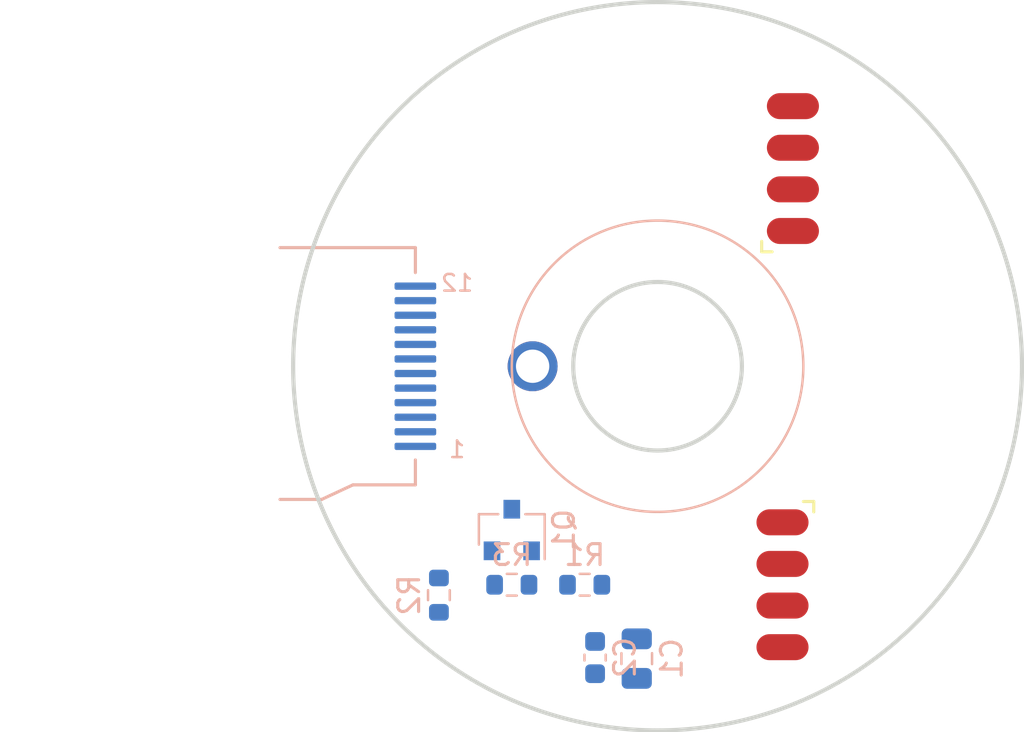
<source format=kicad_pcb>
(kicad_pcb (version 20171130) (host pcbnew 5.1.10-88a1d61d58~90~ubuntu20.04.1)

  (general
    (thickness 1.6)
    (drawings 5)
    (tracks 0)
    (zones 0)
    (modules 10)
    (nets 12)
  )

  (page A4)
  (layers
    (0 F.Cu signal)
    (31 B.Cu signal)
    (32 B.Adhes user)
    (33 F.Adhes user)
    (34 B.Paste user)
    (35 F.Paste user)
    (36 B.SilkS user)
    (37 F.SilkS user)
    (38 B.Mask user)
    (39 F.Mask user)
    (40 Dwgs.User user)
    (41 Cmts.User user)
    (42 Eco1.User user)
    (43 Eco2.User user)
    (44 Edge.Cuts user)
    (45 Margin user)
    (46 B.CrtYd user)
    (47 F.CrtYd user)
    (48 B.Fab user)
    (49 F.Fab user)
  )

  (setup
    (last_trace_width 0.25)
    (trace_clearance 0.2)
    (zone_clearance 0.508)
    (zone_45_only no)
    (trace_min 0.2)
    (via_size 0.8)
    (via_drill 0.4)
    (via_min_size 0.4)
    (via_min_drill 0.3)
    (uvia_size 0.3)
    (uvia_drill 0.1)
    (uvias_allowed no)
    (uvia_min_size 0.2)
    (uvia_min_drill 0.1)
    (edge_width 0.05)
    (segment_width 0.2)
    (pcb_text_width 0.3)
    (pcb_text_size 1.5 1.5)
    (mod_edge_width 0.12)
    (mod_text_size 1 1)
    (mod_text_width 0.15)
    (pad_size 1.524 1.524)
    (pad_drill 0.762)
    (pad_to_mask_clearance 0)
    (aux_axis_origin 0 0)
    (visible_elements FFFFFF7F)
    (pcbplotparams
      (layerselection 0x010fc_ffffffff)
      (usegerberextensions false)
      (usegerberattributes true)
      (usegerberadvancedattributes true)
      (creategerberjobfile true)
      (excludeedgelayer true)
      (linewidth 0.100000)
      (plotframeref false)
      (viasonmask false)
      (mode 1)
      (useauxorigin false)
      (hpglpennumber 1)
      (hpglpenspeed 20)
      (hpglpendiameter 15.000000)
      (psnegative false)
      (psa4output false)
      (plotreference true)
      (plotvalue true)
      (plotinvisibletext false)
      (padsonsilk false)
      (subtractmaskfromsilk false)
      (outputformat 1)
      (mirror false)
      (drillshape 1)
      (scaleselection 1)
      (outputdirectory ""))
  )

  (net 0 "")
  (net 1 GND)
  (net 2 /VDD)
  (net 3 /DC)
  (net 4 /BACKLIGHT_EN)
  (net 5 /nRESET)
  (net 6 /MOSI)
  (net 7 /SCK)
  (net 8 /nCS)
  (net 9 /LEDA)
  (net 10 /LEDK)
  (net 11 "Net-(Q1-Pad1)")

  (net_class Default "This is the default net class."
    (clearance 0.2)
    (trace_width 0.25)
    (via_dia 0.8)
    (via_drill 0.4)
    (uvia_dia 0.3)
    (uvia_drill 0.1)
    (add_net /BACKLIGHT_EN)
    (add_net /DC)
    (add_net /LEDA)
    (add_net /LEDK)
    (add_net /MOSI)
    (add_net /SCK)
    (add_net /VDD)
    (add_net /nCS)
    (add_net /nRESET)
    (add_net GND)
    (add_net "Net-(H1-Pad1)")
    (add_net "Net-(Q1-Pad1)")
  )

  (module Resistor_SMD:R_0603_1608Metric (layer B.Cu) (tedit 5F68FEEE) (tstamp 6207D0AD)
    (at -7 10.5 180)
    (descr "Resistor SMD 0603 (1608 Metric), square (rectangular) end terminal, IPC_7351 nominal, (Body size source: IPC-SM-782 page 72, https://www.pcb-3d.com/wordpress/wp-content/uploads/ipc-sm-782a_amendment_1_and_2.pdf), generated with kicad-footprint-generator")
    (tags resistor)
    (path /620807F6)
    (attr smd)
    (fp_text reference R3 (at 0 1.43) (layer B.SilkS)
      (effects (font (size 1 1) (thickness 0.15)) (justify mirror))
    )
    (fp_text value 1M (at 0 -1.43) (layer B.Fab)
      (effects (font (size 1 1) (thickness 0.15)) (justify mirror))
    )
    (fp_text user %R (at 0 0) (layer B.Fab)
      (effects (font (size 0.4 0.4) (thickness 0.06)) (justify mirror))
    )
    (fp_line (start -0.8 -0.4125) (end -0.8 0.4125) (layer B.Fab) (width 0.1))
    (fp_line (start -0.8 0.4125) (end 0.8 0.4125) (layer B.Fab) (width 0.1))
    (fp_line (start 0.8 0.4125) (end 0.8 -0.4125) (layer B.Fab) (width 0.1))
    (fp_line (start 0.8 -0.4125) (end -0.8 -0.4125) (layer B.Fab) (width 0.1))
    (fp_line (start -0.237258 0.5225) (end 0.237258 0.5225) (layer B.SilkS) (width 0.12))
    (fp_line (start -0.237258 -0.5225) (end 0.237258 -0.5225) (layer B.SilkS) (width 0.12))
    (fp_line (start -1.48 -0.73) (end -1.48 0.73) (layer B.CrtYd) (width 0.05))
    (fp_line (start -1.48 0.73) (end 1.48 0.73) (layer B.CrtYd) (width 0.05))
    (fp_line (start 1.48 0.73) (end 1.48 -0.73) (layer B.CrtYd) (width 0.05))
    (fp_line (start 1.48 -0.73) (end -1.48 -0.73) (layer B.CrtYd) (width 0.05))
    (pad 2 smd roundrect (at 0.825 0 180) (size 0.8 0.95) (layers B.Cu B.Paste B.Mask) (roundrect_rratio 0.25)
      (net 1 GND))
    (pad 1 smd roundrect (at -0.825 0 180) (size 0.8 0.95) (layers B.Cu B.Paste B.Mask) (roundrect_rratio 0.25)
      (net 11 "Net-(Q1-Pad1)"))
    (model ${KISYS3DMOD}/Resistor_SMD.3dshapes/R_0603_1608Metric.wrl
      (at (xyz 0 0 0))
      (scale (xyz 1 1 1))
      (rotate (xyz 0 0 0))
    )
  )

  (module Resistor_SMD:R_0603_1608Metric (layer B.Cu) (tedit 5F68FEEE) (tstamp 6207D09C)
    (at -10.5 11 270)
    (descr "Resistor SMD 0603 (1608 Metric), square (rectangular) end terminal, IPC_7351 nominal, (Body size source: IPC-SM-782 page 72, https://www.pcb-3d.com/wordpress/wp-content/uploads/ipc-sm-782a_amendment_1_and_2.pdf), generated with kicad-footprint-generator")
    (tags resistor)
    (path /6209F498)
    (attr smd)
    (fp_text reference R2 (at 0 1.43 270) (layer B.SilkS)
      (effects (font (size 1 1) (thickness 0.15)) (justify mirror))
    )
    (fp_text value 22R (at 0 -1.43 270) (layer B.Fab)
      (effects (font (size 1 1) (thickness 0.15)) (justify mirror))
    )
    (fp_text user %R (at 0 0 270) (layer B.Fab)
      (effects (font (size 0.4 0.4) (thickness 0.06)) (justify mirror))
    )
    (fp_line (start -0.8 -0.4125) (end -0.8 0.4125) (layer B.Fab) (width 0.1))
    (fp_line (start -0.8 0.4125) (end 0.8 0.4125) (layer B.Fab) (width 0.1))
    (fp_line (start 0.8 0.4125) (end 0.8 -0.4125) (layer B.Fab) (width 0.1))
    (fp_line (start 0.8 -0.4125) (end -0.8 -0.4125) (layer B.Fab) (width 0.1))
    (fp_line (start -0.237258 0.5225) (end 0.237258 0.5225) (layer B.SilkS) (width 0.12))
    (fp_line (start -0.237258 -0.5225) (end 0.237258 -0.5225) (layer B.SilkS) (width 0.12))
    (fp_line (start -1.48 -0.73) (end -1.48 0.73) (layer B.CrtYd) (width 0.05))
    (fp_line (start -1.48 0.73) (end 1.48 0.73) (layer B.CrtYd) (width 0.05))
    (fp_line (start 1.48 0.73) (end 1.48 -0.73) (layer B.CrtYd) (width 0.05))
    (fp_line (start 1.48 -0.73) (end -1.48 -0.73) (layer B.CrtYd) (width 0.05))
    (pad 2 smd roundrect (at 0.825 0 270) (size 0.8 0.95) (layers B.Cu B.Paste B.Mask) (roundrect_rratio 0.25)
      (net 9 /LEDA))
    (pad 1 smd roundrect (at -0.825 0 270) (size 0.8 0.95) (layers B.Cu B.Paste B.Mask) (roundrect_rratio 0.25)
      (net 2 /VDD))
    (model ${KISYS3DMOD}/Resistor_SMD.3dshapes/R_0603_1608Metric.wrl
      (at (xyz 0 0 0))
      (scale (xyz 1 1 1))
      (rotate (xyz 0 0 0))
    )
  )

  (module Resistor_SMD:R_0603_1608Metric (layer B.Cu) (tedit 5F68FEEE) (tstamp 6207D08B)
    (at -3.5 10.5 180)
    (descr "Resistor SMD 0603 (1608 Metric), square (rectangular) end terminal, IPC_7351 nominal, (Body size source: IPC-SM-782 page 72, https://www.pcb-3d.com/wordpress/wp-content/uploads/ipc-sm-782a_amendment_1_and_2.pdf), generated with kicad-footprint-generator")
    (tags resistor)
    (path /6208164C)
    (attr smd)
    (fp_text reference R1 (at 0 1.43) (layer B.SilkS)
      (effects (font (size 1 1) (thickness 0.15)) (justify mirror))
    )
    (fp_text value 10k (at 0 -1.43) (layer B.Fab)
      (effects (font (size 1 1) (thickness 0.15)) (justify mirror))
    )
    (fp_text user %R (at 0 0) (layer B.Fab)
      (effects (font (size 0.4 0.4) (thickness 0.06)) (justify mirror))
    )
    (fp_line (start -0.8 -0.4125) (end -0.8 0.4125) (layer B.Fab) (width 0.1))
    (fp_line (start -0.8 0.4125) (end 0.8 0.4125) (layer B.Fab) (width 0.1))
    (fp_line (start 0.8 0.4125) (end 0.8 -0.4125) (layer B.Fab) (width 0.1))
    (fp_line (start 0.8 -0.4125) (end -0.8 -0.4125) (layer B.Fab) (width 0.1))
    (fp_line (start -0.237258 0.5225) (end 0.237258 0.5225) (layer B.SilkS) (width 0.12))
    (fp_line (start -0.237258 -0.5225) (end 0.237258 -0.5225) (layer B.SilkS) (width 0.12))
    (fp_line (start -1.48 -0.73) (end -1.48 0.73) (layer B.CrtYd) (width 0.05))
    (fp_line (start -1.48 0.73) (end 1.48 0.73) (layer B.CrtYd) (width 0.05))
    (fp_line (start 1.48 0.73) (end 1.48 -0.73) (layer B.CrtYd) (width 0.05))
    (fp_line (start 1.48 -0.73) (end -1.48 -0.73) (layer B.CrtYd) (width 0.05))
    (pad 2 smd roundrect (at 0.825 0 180) (size 0.8 0.95) (layers B.Cu B.Paste B.Mask) (roundrect_rratio 0.25)
      (net 11 "Net-(Q1-Pad1)"))
    (pad 1 smd roundrect (at -0.825 0 180) (size 0.8 0.95) (layers B.Cu B.Paste B.Mask) (roundrect_rratio 0.25)
      (net 4 /BACKLIGHT_EN))
    (model ${KISYS3DMOD}/Resistor_SMD.3dshapes/R_0603_1608Metric.wrl
      (at (xyz 0 0 0))
      (scale (xyz 1 1 1))
      (rotate (xyz 0 0 0))
    )
  )

  (module Package_TO_SOT_SMD:SOT-23 (layer B.Cu) (tedit 5A02FF57) (tstamp 6207D07A)
    (at -7 7.87 90)
    (descr "SOT-23, Standard")
    (tags SOT-23)
    (path /6207DB9F)
    (attr smd)
    (fp_text reference Q1 (at 0 2.5 270) (layer B.SilkS)
      (effects (font (size 1 1) (thickness 0.15)) (justify mirror))
    )
    (fp_text value 2N7002 (at 0 -2.5 270) (layer B.Fab)
      (effects (font (size 1 1) (thickness 0.15)) (justify mirror))
    )
    (fp_text user %R (at 0 0) (layer B.Fab)
      (effects (font (size 0.5 0.5) (thickness 0.075)) (justify mirror))
    )
    (fp_line (start -0.7 0.95) (end -0.7 -1.5) (layer B.Fab) (width 0.1))
    (fp_line (start -0.15 1.52) (end 0.7 1.52) (layer B.Fab) (width 0.1))
    (fp_line (start -0.7 0.95) (end -0.15 1.52) (layer B.Fab) (width 0.1))
    (fp_line (start 0.7 1.52) (end 0.7 -1.52) (layer B.Fab) (width 0.1))
    (fp_line (start -0.7 -1.52) (end 0.7 -1.52) (layer B.Fab) (width 0.1))
    (fp_line (start 0.76 -1.58) (end 0.76 -0.65) (layer B.SilkS) (width 0.12))
    (fp_line (start 0.76 1.58) (end 0.76 0.65) (layer B.SilkS) (width 0.12))
    (fp_line (start -1.7 1.75) (end 1.7 1.75) (layer B.CrtYd) (width 0.05))
    (fp_line (start 1.7 1.75) (end 1.7 -1.75) (layer B.CrtYd) (width 0.05))
    (fp_line (start 1.7 -1.75) (end -1.7 -1.75) (layer B.CrtYd) (width 0.05))
    (fp_line (start -1.7 -1.75) (end -1.7 1.75) (layer B.CrtYd) (width 0.05))
    (fp_line (start 0.76 1.58) (end -1.4 1.58) (layer B.SilkS) (width 0.12))
    (fp_line (start 0.76 -1.58) (end -0.7 -1.58) (layer B.SilkS) (width 0.12))
    (pad 3 smd rect (at 1 0 90) (size 0.9 0.8) (layers B.Cu B.Paste B.Mask)
      (net 10 /LEDK))
    (pad 2 smd rect (at -1 -0.95 90) (size 0.9 0.8) (layers B.Cu B.Paste B.Mask)
      (net 1 GND))
    (pad 1 smd rect (at -1 0.95 90) (size 0.9 0.8) (layers B.Cu B.Paste B.Mask)
      (net 11 "Net-(Q1-Pad1)"))
    (model ${KISYS3DMOD}/Package_TO_SOT_SMD.3dshapes/SOT-23.wrl
      (at (xyz 0 0 0))
      (scale (xyz 1 1 1))
      (rotate (xyz 0 0 0))
    )
  )

  (module SolderPads:SolderPads_2mm_4 (layer F.Cu) (tedit 62075369) (tstamp 6207D74B)
    (at 6.5 -6.5 90)
    (path /62076D99)
    (fp_text reference J3 (at 0 0.5 90) (layer F.SilkS) hide
      (effects (font (size 1 1) (thickness 0.15)))
    )
    (fp_text value Conn_01x04 (at 0 -0.5 90) (layer F.Fab)
      (effects (font (size 1 1) (thickness 0.15)))
    )
    (fp_line (start -0.5 -1.5) (end -1 -1.5) (layer F.SilkS) (width 0.15))
    (fp_line (start -1 -1.5) (end -1 -1) (layer F.SilkS) (width 0.15))
    (pad 4 smd oval (at 6 0 90) (size 1.25 2.5) (layers F.Cu F.Mask)
      (net 5 /nRESET))
    (pad 3 smd oval (at 4 0 90) (size 1.25 2.5) (layers F.Cu F.Mask)
      (net 6 /MOSI))
    (pad 2 smd oval (at 2 0 90) (size 1.25 2.5) (layers F.Cu F.Mask)
      (net 7 /SCK))
    (pad 1 smd oval (at 0 0 90) (size 1.25 2.5) (layers F.Cu F.Mask)
      (net 8 /nCS))
  )

  (module LCD_GC9A01:GC9A01Round1.28 (layer B.Cu) (tedit 62075708) (tstamp 6207D05B)
    (at -11.63 0)
    (path /620756C7)
    (attr virtual)
    (fp_text reference J2 (at 4 -1) (layer B.SilkS) hide
      (effects (font (size 1 1) (thickness 0.15)) (justify mirror))
    )
    (fp_text value GC9A01 (at 0 0.5) (layer B.Fab)
      (effects (font (size 1 1) (thickness 0.15)) (justify mirror))
    )
    (fp_text user 12 (at 2 -4) (layer B.SilkS)
      (effects (font (size 0.8 0.8) (thickness 0.12)) (justify mirror))
    )
    (fp_text user 1 (at 2 4) (layer B.SilkS)
      (effects (font (size 0.8 0.8) (thickness 0.12)) (justify mirror))
    )
    (fp_line (start 0 5.7) (end -3 5.7) (layer B.SilkS) (width 0.15))
    (fp_line (start 0 -5.7) (end -6.5 -5.7) (layer B.SilkS) (width 0.15))
    (fp_line (start -6.5 6.4) (end -4.5 6.4) (layer B.SilkS) (width 0.15))
    (fp_line (start -4.5 6.4) (end -3 5.7) (layer B.SilkS) (width 0.15))
    (fp_line (start 0 5.7) (end 0 4.5) (layer B.SilkS) (width 0.15))
    (fp_line (start 0 -5.7) (end 0 -4.5) (layer B.SilkS) (width 0.15))
    (pad 12 smd roundrect (at 0 -3.85) (size 2 0.35) (layers B.Cu B.Paste B.Mask) (roundrect_rratio 0.25)
      (net 1 GND))
    (pad 11 smd roundrect (at 0 -3.15) (size 2 0.35) (layers B.Cu B.Paste B.Mask) (roundrect_rratio 0.25)
      (net 5 /nRESET))
    (pad 10 smd roundrect (at 0 -2.45) (size 2 0.35) (layers B.Cu B.Paste B.Mask) (roundrect_rratio 0.25)
      (net 6 /MOSI))
    (pad 9 smd roundrect (at 0 -1.75) (size 2 0.35) (layers B.Cu B.Paste B.Mask) (roundrect_rratio 0.25)
      (net 7 /SCK))
    (pad 8 smd roundrect (at 0 -1.05) (size 2 0.35) (layers B.Cu B.Paste B.Mask) (roundrect_rratio 0.25)
      (net 8 /nCS))
    (pad 7 smd roundrect (at 0 -0.35) (size 2 0.35) (layers B.Cu B.Paste B.Mask) (roundrect_rratio 0.25)
      (net 3 /DC))
    (pad 6 smd roundrect (at 0 0.35) (size 2 0.35) (layers B.Cu B.Paste B.Mask) (roundrect_rratio 0.25)
      (net 1 GND))
    (pad 5 smd roundrect (at 0 1.05) (size 2 0.35) (layers B.Cu B.Paste B.Mask) (roundrect_rratio 0.25)
      (net 1 GND))
    (pad 4 smd roundrect (at 0 1.75) (size 2 0.35) (layers B.Cu B.Paste B.Mask) (roundrect_rratio 0.25)
      (net 2 /VDD))
    (pad 3 smd roundrect (at 0 2.45) (size 2 0.35) (layers B.Cu B.Paste B.Mask) (roundrect_rratio 0.25)
      (net 9 /LEDA))
    (pad 2 smd roundrect (at 0 3.15) (size 2 0.35) (layers B.Cu B.Paste B.Mask) (roundrect_rratio 0.25)
      (net 10 /LEDK))
    (pad 1 smd roundrect (at 0 3.85) (size 2 0.35) (layers B.Cu B.Paste B.Mask) (roundrect_rratio 0.25)
      (net 1 GND))
  )

  (module SolderPads:SolderPads_2mm_4 (layer F.Cu) (tedit 62075369) (tstamp 6207D043)
    (at 6 7.5 270)
    (path /6207690B)
    (fp_text reference J1 (at 0 0.5 90) (layer F.SilkS) hide
      (effects (font (size 1 1) (thickness 0.15)))
    )
    (fp_text value Conn_01x04 (at 0 -0.5 90) (layer F.Fab)
      (effects (font (size 1 1) (thickness 0.15)))
    )
    (fp_line (start -0.5 -1.5) (end -1 -1.5) (layer F.SilkS) (width 0.15))
    (fp_line (start -1 -1.5) (end -1 -1) (layer F.SilkS) (width 0.15))
    (pad 4 smd oval (at 6 0 270) (size 1.25 2.5) (layers F.Cu F.Mask)
      (net 3 /DC))
    (pad 3 smd oval (at 4 0 270) (size 1.25 2.5) (layers F.Cu F.Mask)
      (net 4 /BACKLIGHT_EN))
    (pad 2 smd oval (at 2 0 270) (size 1.25 2.5) (layers F.Cu F.Mask)
      (net 2 /VDD))
    (pad 1 smd oval (at 0 0 270) (size 1.25 2.5) (layers F.Cu F.Mask)
      (net 1 GND))
  )

  (module Holes:AlignmentHole_1.6 locked (layer F.Cu) (tedit 620752D6) (tstamp 6207D039)
    (at -6 0)
    (descr "Mounting Hole 2.2mm, no annular, M2, ISO7380")
    (tags "mounting hole 2.2mm no annular m2 iso7380")
    (path /62075165)
    (attr virtual)
    (fp_text reference H1 (at 0 -2.75) (layer F.SilkS) hide
      (effects (font (size 1 1) (thickness 0.15)))
    )
    (fp_text value AlignmentHole (at 0 2.75) (layer F.Fab) hide
      (effects (font (size 1 1) (thickness 0.15)))
    )
    (fp_text user %R (at 0.3 0) (layer F.Fab)
      (effects (font (size 1 1) (thickness 0.15)))
    )
    (pad 1 thru_hole circle (at 0 0) (size 2.4 2.4) (drill 1.6) (layers *.Cu *.Mask))
  )

  (module Capacitor_SMD:C_0603_1608Metric (layer B.Cu) (tedit 5F68FEEE) (tstamp 6207D496)
    (at -3 14 90)
    (descr "Capacitor SMD 0603 (1608 Metric), square (rectangular) end terminal, IPC_7351 nominal, (Body size source: IPC-SM-782 page 76, https://www.pcb-3d.com/wordpress/wp-content/uploads/ipc-sm-782a_amendment_1_and_2.pdf), generated with kicad-footprint-generator")
    (tags capacitor)
    (path /620AE2F6)
    (attr smd)
    (fp_text reference C2 (at 0 1.43 -90) (layer B.SilkS)
      (effects (font (size 1 1) (thickness 0.15)) (justify mirror))
    )
    (fp_text value 0.1uF (at 0 -1.43 -90) (layer B.Fab)
      (effects (font (size 1 1) (thickness 0.15)) (justify mirror))
    )
    (fp_text user %R (at 0 0 -90) (layer B.Fab)
      (effects (font (size 0.4 0.4) (thickness 0.06)) (justify mirror))
    )
    (fp_line (start -0.8 -0.4) (end -0.8 0.4) (layer B.Fab) (width 0.1))
    (fp_line (start -0.8 0.4) (end 0.8 0.4) (layer B.Fab) (width 0.1))
    (fp_line (start 0.8 0.4) (end 0.8 -0.4) (layer B.Fab) (width 0.1))
    (fp_line (start 0.8 -0.4) (end -0.8 -0.4) (layer B.Fab) (width 0.1))
    (fp_line (start -0.14058 0.51) (end 0.14058 0.51) (layer B.SilkS) (width 0.12))
    (fp_line (start -0.14058 -0.51) (end 0.14058 -0.51) (layer B.SilkS) (width 0.12))
    (fp_line (start -1.48 -0.73) (end -1.48 0.73) (layer B.CrtYd) (width 0.05))
    (fp_line (start -1.48 0.73) (end 1.48 0.73) (layer B.CrtYd) (width 0.05))
    (fp_line (start 1.48 0.73) (end 1.48 -0.73) (layer B.CrtYd) (width 0.05))
    (fp_line (start 1.48 -0.73) (end -1.48 -0.73) (layer B.CrtYd) (width 0.05))
    (pad 2 smd roundrect (at 0.775 0 90) (size 0.9 0.95) (layers B.Cu B.Paste B.Mask) (roundrect_rratio 0.25)
      (net 1 GND))
    (pad 1 smd roundrect (at -0.775 0 90) (size 0.9 0.95) (layers B.Cu B.Paste B.Mask) (roundrect_rratio 0.25)
      (net 2 /VDD))
    (model ${KISYS3DMOD}/Capacitor_SMD.3dshapes/C_0603_1608Metric.wrl
      (at (xyz 0 0 0))
      (scale (xyz 1 1 1))
      (rotate (xyz 0 0 0))
    )
  )

  (module Capacitor_SMD:C_0805_2012Metric (layer B.Cu) (tedit 5F68FEEE) (tstamp 6207D4C6)
    (at -1 14.05 90)
    (descr "Capacitor SMD 0805 (2012 Metric), square (rectangular) end terminal, IPC_7351 nominal, (Body size source: IPC-SM-782 page 76, https://www.pcb-3d.com/wordpress/wp-content/uploads/ipc-sm-782a_amendment_1_and_2.pdf, https://docs.google.com/spreadsheets/d/1BsfQQcO9C6DZCsRaXUlFlo91Tg2WpOkGARC1WS5S8t0/edit?usp=sharing), generated with kicad-footprint-generator")
    (tags capacitor)
    (path /6208DA53)
    (attr smd)
    (fp_text reference C1 (at 0 1.68 -90) (layer B.SilkS)
      (effects (font (size 1 1) (thickness 0.15)) (justify mirror))
    )
    (fp_text value 22uF (at 0 -1.68 -90) (layer B.Fab)
      (effects (font (size 1 1) (thickness 0.15)) (justify mirror))
    )
    (fp_text user %R (at 0 0 -90) (layer B.Fab)
      (effects (font (size 0.5 0.5) (thickness 0.08)) (justify mirror))
    )
    (fp_line (start -1 -0.625) (end -1 0.625) (layer B.Fab) (width 0.1))
    (fp_line (start -1 0.625) (end 1 0.625) (layer B.Fab) (width 0.1))
    (fp_line (start 1 0.625) (end 1 -0.625) (layer B.Fab) (width 0.1))
    (fp_line (start 1 -0.625) (end -1 -0.625) (layer B.Fab) (width 0.1))
    (fp_line (start -0.261252 0.735) (end 0.261252 0.735) (layer B.SilkS) (width 0.12))
    (fp_line (start -0.261252 -0.735) (end 0.261252 -0.735) (layer B.SilkS) (width 0.12))
    (fp_line (start -1.7 -0.98) (end -1.7 0.98) (layer B.CrtYd) (width 0.05))
    (fp_line (start -1.7 0.98) (end 1.7 0.98) (layer B.CrtYd) (width 0.05))
    (fp_line (start 1.7 0.98) (end 1.7 -0.98) (layer B.CrtYd) (width 0.05))
    (fp_line (start 1.7 -0.98) (end -1.7 -0.98) (layer B.CrtYd) (width 0.05))
    (pad 2 smd roundrect (at 0.95 0 90) (size 1 1.45) (layers B.Cu B.Paste B.Mask) (roundrect_rratio 0.25)
      (net 1 GND))
    (pad 1 smd roundrect (at -0.95 0 90) (size 1 1.45) (layers B.Cu B.Paste B.Mask) (roundrect_rratio 0.25)
      (net 2 /VDD))
    (model ${KISYS3DMOD}/Capacitor_SMD.3dshapes/C_0805_2012Metric.wrl
      (at (xyz 0 0 0))
      (scale (xyz 1 1 1))
      (rotate (xyz 0 0 0))
    )
  )

  (gr_text "TODO: figure out keepout radius" (at 0 -6.5) (layer Dwgs.User) (tstamp 6207D27B)
    (effects (font (size 1 1) (thickness 0.15)))
  )
  (gr_circle (center 0 0) (end 0 7) (layer B.SilkS) (width 0.12))
  (gr_text "TODO: check connector inset" (at -20.5 -8.5) (layer Dwgs.User)
    (effects (font (size 1 1) (thickness 0.15)))
  )
  (gr_circle (center 0 0) (end 17.5 0) (layer Edge.Cuts) (width 0.2))
  (gr_circle (center 0 0) (end 4.05 0) (layer Edge.Cuts) (width 0.2))

)

</source>
